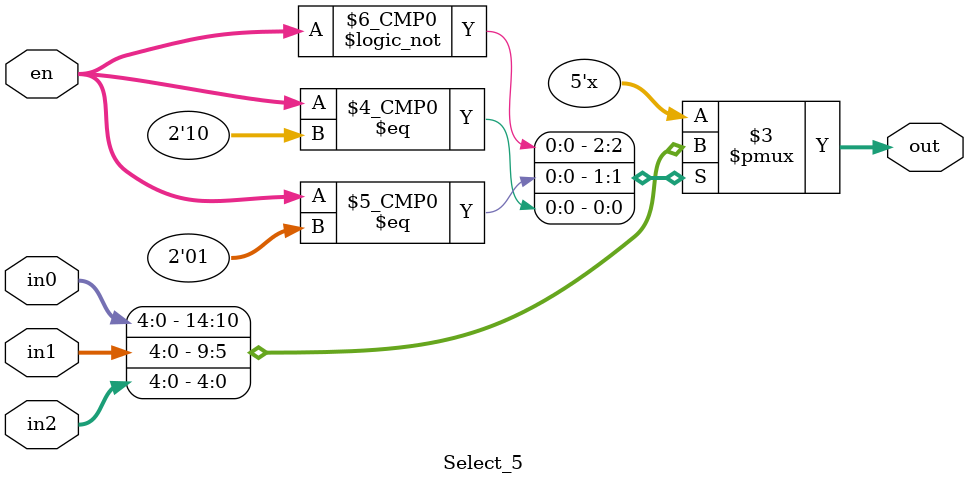
<source format=v>
`timescale 1ns / 1ps

module Select_5(                    // 5Î»Ñ¡ÔñÆ÷
input [1:0] en,                           // Ñ¡ÔñÐÅºÅ
input [4:0] in0, in1, in2,
output reg [4:0] out);
	always @ (*)
		case (en)
			2'b00: out = in0;
			2'b01: out = in1;
			2'b10: out = in2;
			2'b11: ;
		endcase
endmodule

</source>
